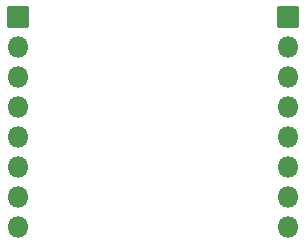
<source format=gbs>
%TF.GenerationSoftware,KiCad,Pcbnew,7.0.8*%
%TF.CreationDate,2024-10-03T16:47:23-07:00*%
%TF.ProjectId,lab6PCB,6c616236-5043-4422-9e6b-696361645f70,v01*%
%TF.SameCoordinates,Original*%
%TF.FileFunction,Soldermask,Bot*%
%TF.FilePolarity,Negative*%
%FSLAX46Y46*%
G04 Gerber Fmt 4.6, Leading zero omitted, Abs format (unit mm)*
G04 Created by KiCad (PCBNEW 7.0.8) date 2024-10-03 16:47:23*
%MOMM*%
%LPD*%
G01*
G04 APERTURE LIST*
G04 Aperture macros list*
%AMRoundRect*
0 Rectangle with rounded corners*
0 $1 Rounding radius*
0 $2 $3 $4 $5 $6 $7 $8 $9 X,Y pos of 4 corners*
0 Add a 4 corners polygon primitive as box body*
4,1,4,$2,$3,$4,$5,$6,$7,$8,$9,$2,$3,0*
0 Add four circle primitives for the rounded corners*
1,1,$1+$1,$2,$3*
1,1,$1+$1,$4,$5*
1,1,$1+$1,$6,$7*
1,1,$1+$1,$8,$9*
0 Add four rect primitives between the rounded corners*
20,1,$1+$1,$2,$3,$4,$5,0*
20,1,$1+$1,$4,$5,$6,$7,0*
20,1,$1+$1,$6,$7,$8,$9,0*
20,1,$1+$1,$8,$9,$2,$3,0*%
G04 Aperture macros list end*
%ADD10RoundRect,0.050800X-0.850000X-0.850000X0.850000X-0.850000X0.850000X0.850000X-0.850000X0.850000X0*%
%ADD11O,1.801600X1.801600*%
G04 APERTURE END LIST*
D10*
%TO.C,J2*%
X162306000Y-128209000D03*
D11*
X162306000Y-130749000D03*
X162306000Y-133289000D03*
X162306000Y-135829000D03*
X162306000Y-138369000D03*
X162306000Y-140909000D03*
X162306000Y-143449000D03*
X162306000Y-145989000D03*
%TD*%
D10*
%TO.C,J1*%
X139446000Y-128209000D03*
D11*
X139446000Y-130749000D03*
X139446000Y-133289000D03*
X139446000Y-135829000D03*
X139446000Y-138369000D03*
X139446000Y-140909000D03*
X139446000Y-143449000D03*
X139446000Y-145989000D03*
%TD*%
M02*

</source>
